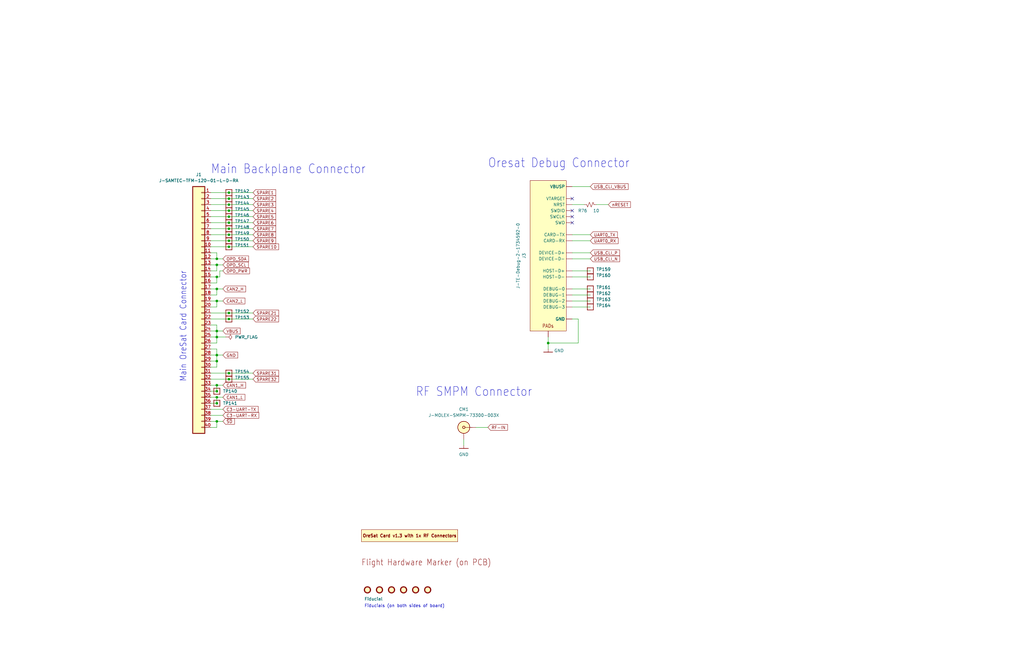
<source format=kicad_sch>
(kicad_sch (version 20230121) (generator eeschema)
  (paper "B")
  (lib_symbols
    (symbol "Device:R_Small_US" (pin_numbers hide) (pin_names (offset 0.254) hide)
      (property "Reference" "R" (at 0.762 0.508 0))
      (property "Value" "R_Small_US" (at 0.762 -1.016 0))
      (symbol "R_Small_US_1_1"
        (polyline (pts (xy 0 0) (xy 1.016 -0.381) (xy 0 -0.762) (xy -1.016 -1.143) (xy 0 -1.524)))
        (polyline (pts (xy 0 1.524) (xy 1.016 1.143) (xy 0 0.762) (xy -1.016 0.381) (xy 0 0)))
        (pin passive line (at 0 2.54 270) (length 1.016) (name "~") (number "1"))
        (pin passive line (at 0 -2.54 90) (length 1.016) (name "~") (number "2"))
      )
    )
    (symbol "Mechanical:Fiducial"
      (property "Reference" "FID" (at 0 5.08 0))
      (property "Value" "Fiducial" (at 0 3.175 0))
      (symbol "Fiducial_0_1"
        (circle (center 0 0) (radius 1.27) (stroke (width 0.508)) (fill (type background)))
      )
    )
    (symbol "oresat-connectors:J-MOLEX-SMPM-73300-002X"
      (property "Reference" "J" (at 5.08 -3.81 0))
      (property "Value" "733000020" (at 5.08 -6.35 0))
      (symbol "J-MOLEX-SMPM-73300-002X_1_0"
        (polyline (pts (xy 0.508 0) (xy 3.556 0)) (stroke (width 0.1524)))
        (circle (center 0 0) (radius 0.508) (stroke (width 0.254)))
        (circle (center 0 0) (radius 2.54) (stroke (width 0.254)) (fill (type background)))
        (pin passive line (at 0 -5.08 90) (length 2.54) (name "SHLD") (number "SHLD"))
        (pin passive line (at 5.08 0 180) (length 2.54) (name "SIG") (number "SIG"))
      )
    )
    (symbol "oresat-connectors:J-SAMTEC-TFM-120-01-L-D-RA" (pin_names hide)
      (property "Reference" "J" (at 0 54.61 0))
      (property "Value" "J-SAMTEC-TFM-120-01-L-D-RA" (at 0 52.07 0))
      (symbol "J-SAMTEC-TFM-120-01-L-D-RA_0_1"
        (rectangle (start 2.413 -50.673) (end 1.143 -50.927) (stroke (width 0.1524)))
        (rectangle (start 2.413 -48.133) (end 1.143 -48.387) (stroke (width 0.1524)))
        (rectangle (start 2.413 -45.593) (end 1.143 -45.847) (stroke (width 0.1524)))
        (rectangle (start 2.413 -43.053) (end 1.143 -43.307) (stroke (width 0.1524)))
        (rectangle (start 2.413 -40.513) (end 1.143 -40.767) (stroke (width 0.1524)))
        (rectangle (start 2.413 -37.973) (end 1.143 -38.227) (stroke (width 0.1524)))
        (rectangle (start 2.413 -35.433) (end 1.143 -35.687) (stroke (width 0.1524)))
        (rectangle (start 2.413 -32.893) (end 1.143 -33.147) (stroke (width 0.1524)))
        (rectangle (start 2.413 -30.353) (end 1.143 -30.607) (stroke (width 0.1524)))
        (rectangle (start 2.413 -27.813) (end 1.143 -28.067) (stroke (width 0.1524)))
        (rectangle (start 2.413 -25.273) (end 1.143 -25.527) (stroke (width 0.1524)))
        (rectangle (start 2.413 -22.733) (end 1.143 -22.987) (stroke (width 0.1524)))
        (rectangle (start 2.413 -20.193) (end 1.143 -20.447) (stroke (width 0.1524)))
        (rectangle (start 2.413 -17.653) (end 1.143 -17.907) (stroke (width 0.1524)))
        (rectangle (start 2.413 -15.113) (end 1.143 -15.367) (stroke (width 0.1524)))
        (rectangle (start 2.413 -12.573) (end 1.143 -12.827) (stroke (width 0.1524)))
        (rectangle (start 2.413 -10.033) (end 1.143 -10.287) (stroke (width 0.1524)))
        (rectangle (start 2.413 -7.493) (end 1.143 -7.747) (stroke (width 0.1524)))
        (rectangle (start 2.413 -4.953) (end 1.143 -5.207) (stroke (width 0.1524)))
        (rectangle (start 2.413 -2.413) (end 1.143 -2.667) (stroke (width 0.1524)))
        (rectangle (start 2.413 0.127) (end 1.143 -0.127) (stroke (width 0.1524)))
        (rectangle (start 2.413 2.667) (end 1.143 2.413) (stroke (width 0.1524)))
        (rectangle (start 2.413 5.207) (end 1.143 4.953) (stroke (width 0.1524)))
        (rectangle (start 2.413 7.747) (end 1.143 7.493) (stroke (width 0.1524)))
        (rectangle (start 2.413 10.287) (end 1.143 10.033) (stroke (width 0.1524)))
        (rectangle (start 2.413 12.827) (end 1.143 12.573) (stroke (width 0.1524)))
        (rectangle (start 2.413 15.367) (end 1.143 15.113) (stroke (width 0.1524)))
        (rectangle (start 2.413 17.907) (end 1.143 17.653) (stroke (width 0.1524)))
        (rectangle (start 2.413 20.447) (end 1.143 20.193) (stroke (width 0.1524)))
        (rectangle (start 2.413 22.987) (end 1.143 22.733) (stroke (width 0.1524)))
        (rectangle (start 2.413 25.527) (end 1.143 25.273) (stroke (width 0.1524)))
        (rectangle (start 2.413 28.067) (end 1.143 27.813) (stroke (width 0.1524)))
        (rectangle (start 2.413 30.607) (end 1.143 30.353) (stroke (width 0.1524)))
        (rectangle (start 2.413 33.147) (end 1.143 32.893) (stroke (width 0.1524)))
        (rectangle (start 2.413 35.687) (end 1.143 35.433) (stroke (width 0.1524)))
        (rectangle (start 2.413 38.227) (end 1.143 37.973) (stroke (width 0.1524)))
        (rectangle (start 2.413 40.767) (end 1.143 40.513) (stroke (width 0.1524)))
        (rectangle (start 2.413 43.307) (end 1.143 43.053) (stroke (width 0.1524)))
        (rectangle (start 2.413 45.847) (end 1.143 45.593) (stroke (width 0.1524)))
        (rectangle (start 2.413 48.387) (end 1.143 48.133) (stroke (width 0.1524)))
      )
      (symbol "J-SAMTEC-TFM-120-01-L-D-RA_1_1"
        (rectangle (start -2.54 50.8) (end 2.54 -53.34) (stroke (width 0.4)) (fill (type background)))
        (pin passive line (at 5.08 48.26 180) (length 2.54) (name "") (number "1"))
        (pin passive line (at 5.08 25.4 180) (length 2.54) (name "") (number "10"))
        (pin passive line (at 5.08 22.86 180) (length 2.54) (name "") (number "11"))
        (pin passive line (at 5.08 20.32 180) (length 2.54) (name "") (number "12"))
        (pin passive line (at 5.08 17.78 180) (length 2.54) (name "") (number "13"))
        (pin passive line (at 5.08 15.24 180) (length 2.54) (name "") (number "14"))
        (pin passive line (at 5.08 12.7 180) (length 2.54) (name "") (number "15"))
        (pin passive line (at 5.08 10.16 180) (length 2.54) (name "") (number "16"))
        (pin passive line (at 5.08 7.62 180) (length 2.54) (name "") (number "17"))
        (pin passive line (at 5.08 5.08 180) (length 2.54) (name "") (number "18"))
        (pin passive line (at 5.08 2.54 180) (length 2.54) (name "") (number "19"))
        (pin passive line (at 5.08 45.72 180) (length 2.54) (name "") (number "2"))
        (pin passive line (at 5.08 0 180) (length 2.54) (name "") (number "20"))
        (pin passive line (at 5.08 -2.54 180) (length 2.54) (name "") (number "21"))
        (pin passive line (at 5.08 -5.08 180) (length 2.54) (name "") (number "22"))
        (pin passive line (at 5.08 -7.62 180) (length 2.54) (name "") (number "23"))
        (pin passive line (at 5.08 -10.16 180) (length 2.54) (name "") (number "24"))
        (pin passive line (at 5.08 -12.7 180) (length 2.54) (name "") (number "25"))
        (pin passive line (at 5.08 -15.24 180) (length 2.54) (name "") (number "26"))
        (pin passive line (at 5.08 -17.78 180) (length 2.54) (name "") (number "27"))
        (pin passive line (at 5.08 -20.32 180) (length 2.54) (name "") (number "28"))
        (pin passive line (at 5.08 -22.86 180) (length 2.54) (name "") (number "29"))
        (pin passive line (at 5.08 43.18 180) (length 2.54) (name "") (number "3"))
        (pin passive line (at 5.08 -25.4 180) (length 2.54) (name "") (number "30"))
        (pin passive line (at 5.08 -27.94 180) (length 2.54) (name "") (number "31"))
        (pin passive line (at 5.08 -30.48 180) (length 2.54) (name "") (number "32"))
        (pin passive line (at 5.08 -33.02 180) (length 2.54) (name "") (number "33"))
        (pin passive line (at 5.08 -35.56 180) (length 2.54) (name "") (number "34"))
        (pin passive line (at 5.08 -38.1 180) (length 2.54) (name "") (number "35"))
        (pin passive line (at 5.08 -40.64 180) (length 2.54) (name "") (number "36"))
        (pin passive line (at 5.08 -43.18 180) (length 2.54) (name "") (number "37"))
        (pin passive line (at 5.08 -45.72 180) (length 2.54) (name "") (number "38"))
        (pin passive line (at 5.08 -48.26 180) (length 2.54) (name "") (number "39"))
        (pin passive line (at 5.08 40.64 180) (length 2.54) (name "") (number "4"))
        (pin passive line (at 5.08 -50.8 180) (length 2.54) (name "") (number "40"))
        (pin passive line (at 5.08 38.1 180) (length 2.54) (name "") (number "5"))
        (pin passive line (at 5.08 35.56 180) (length 2.54) (name "") (number "6"))
        (pin passive line (at 5.08 33.02 180) (length 2.54) (name "") (number "7"))
        (pin passive line (at 5.08 30.48 180) (length 2.54) (name "") (number "8"))
        (pin passive line (at 5.08 27.94 180) (length 2.54) (name "") (number "9"))
      )
    )
    (symbol "oresat-connectors:J-TE-2-1734592-0"
      (property "Reference" "J" (at 0 35.56 0))
      (property "Value" "2-1734592-0" (at 0 33.02 0))
      (symbol "J-TE-2-1734592-0_0_1"
        (rectangle (start -7.62 30.48) (end 7.62 -33.02) (fill (type background)))
      )
      (symbol "J-TE-2-1734592-0_1_0"
        (text "PADs" (at -2.54 -31.75 0) (effects (font (size 1.524 1.2954)) (justify left bottom)))
        (pin passive line (at 10.16 27.94 180) (length 2.54) (name "VBUSP") (number "1"))
        (pin passive line (at 10.16 20.32 180) (length 2.54) (name "NRST") (number "10"))
        (pin passive line (at 10.16 22.86 180) (length 2.54) (name "VTARGET") (number "11"))
        (pin passive line (at 10.16 5.08 180) (length 2.54) (name "CARD-RX") (number "12"))
        (pin passive line (at 10.16 7.62 180) (length 2.54) (name "CARD-TX") (number "13"))
        (pin passive line (at 10.16 17.78 180) (length 2.54) (name "SWDIO") (number "14"))
        (pin passive line (at 10.16 15.24 180) (length 2.54) (name "SWCLK") (number "15"))
        (pin passive line (at 10.16 12.7 180) (length 2.54) (name "SWO") (number "16"))
        (pin passive line (at 10.16 -15.24 180) (length 2.54) (name "DEBUG-0") (number "17"))
        (pin passive line (at 10.16 -17.78 180) (length 2.54) (name "DEBUG-1") (number "18"))
        (pin passive line (at 10.16 -20.32 180) (length 2.54) (name "DEBUG-2") (number "19"))
        (pin passive line (at 10.16 27.94 180) (length 2.54) (name "VBUSP") (number "2"))
        (pin passive line (at 10.16 -22.86 180) (length 2.54) (name "DEBUG-3") (number "20"))
        (pin passive line (at 10.16 -27.94 180) (length 2.54) (name "GND") (number "3"))
        (pin passive line (at 10.16 0 180) (length 2.54) (name "DEVICE-D+") (number "4"))
        (pin passive line (at 10.16 -2.54 180) (length 2.54) (name "DEVICE-D-") (number "5"))
        (pin passive line (at 10.16 -27.94 180) (length 2.54) (name "GND") (number "6"))
        (pin passive line (at 10.16 -7.62 180) (length 2.54) (name "HOST-D+") (number "7"))
        (pin passive line (at 10.16 -10.16 180) (length 2.54) (name "HOST-D-") (number "8"))
        (pin passive line (at 10.16 -27.94 180) (length 2.54) (name "GND") (number "9"))
        (pin passive line (at 0 -35.56 90) (length 2.54) (name "PAD") (number "PAD1"))
        (pin passive line (at 0 -35.56 90) (length 2.54) (name "PAD") (number "PAD2"))
      )
    )
    (symbol "oresat-graphics:FLIGHTMARKER"
      (symbol "FLIGHTMARKER_1_0"
        (text "Flight Hardware Marker (on PCB)" (at 0 0 0) (effects (font (size 2.54 2.159)) (justify left bottom)))
      )
    )
    (symbol "oresat-misc:Test-Point-1mm-round"
      (property "Reference" "TP" (at 0 2.54 0))
      (symbol "Test-Point-1mm-round_1_0"
        (polyline (pts (xy -1.27 -1.27) (xy -1.27 1.27)) (stroke (width 0.254)))
        (polyline (pts (xy -1.27 1.27) (xy 1.27 1.27)) (stroke (width 0.254)))
        (polyline (pts (xy 1.27 -1.27) (xy -1.27 -1.27)) (stroke (width 0.254)))
        (polyline (pts (xy 1.27 1.27) (xy 1.27 -1.27)) (stroke (width 0.254)))
        (pin passive line (at 0 0 0) (length 0) (name "1") (number "1"))
      )
    )
    (symbol "oresat-pcbs:ORESAT-CARD-V1.3-1RF-POS2"
      (symbol "ORESAT-CARD-V1.3-1RF-POS2_1_0"
        (rectangle (start -20.32 2.54) (end 20.32 -2.54) (fill (type background)))
        (text "OreSat Card v1.3 with 1x RF Connectors" (at 0 0 0) (effects (font (size 1.27 1.27) bold)))
      )
    )
    (symbol "oresat-power:GND" (power) (pin_numbers hide) (pin_names (offset 0) hide)
      (property "Value" "GND" (at 0 -2.54 0))
      (symbol "GND_1_1"
        (polyline (pts (xy 0 -1.27) (xy -1.905 -1.27)) (stroke (width 0.254)))
        (polyline (pts (xy 0 -1.27) (xy 1.905 -1.27)) (stroke (width 0.254)))
        (pin power_in line (at 0 0 270) (length 1.27) (name "GND") (number "1"))
      )
    )
    (symbol "power:PWR_FLAG" (power) (pin_numbers hide) (pin_names (offset 0) hide)
      (property "Value" "PWR_FLAG" (at 0 3.81 0))
      (symbol "PWR_FLAG_0_0"
        (pin power_out line (at 0 0 90) (length 0) (name "pwr") (number "1"))
      )
      (symbol "PWR_FLAG_0_1"
        (polyline (pts (xy 0 0) (xy 0 1.27) (xy -1.016 1.905) (xy 0 2.54) (xy 1.016 1.905) (xy 0 1.27)))
      )
    )
  )
  (junction (at 96.52 101.6))
  (junction (at 91.44 111.76))
  (junction (at 91.44 165.1))
  (junction (at 91.44 121.92))
  (junction (at 96.52 160.02))
  (junction (at 91.44 177.8))
  (junction (at 96.52 88.9))
  (junction (at 96.52 91.44))
  (junction (at 96.52 134.62))
  (junction (at 91.44 139.7))
  (junction (at 231.14 144.78))
  (junction (at 96.52 104.14))
  (junction (at 91.44 170.18))
  (junction (at 96.52 86.36))
  (junction (at 91.44 109.22))
  (junction (at 96.52 81.28))
  (junction (at 91.44 116.84))
  (junction (at 96.52 83.82))
  (junction (at 96.52 99.06))
  (junction (at 91.44 127))
  (junction (at 96.52 93.98))
  (junction (at 96.52 96.52))
  (junction (at 91.44 149.86))
  (junction (at 91.44 162.56))
  (junction (at 96.52 132.08))
  (junction (at 91.44 167.64))
  (junction (at 96.52 157.48))
  (junction (at 91.44 152.4))
  (junction (at 91.44 142.24))
  (no_connect (at 241.3 83.82))
  (no_connect (at 241.3 88.9))
  (no_connect (at 241.3 91.44))
  (no_connect (at 241.3 93.98))
  (wire (pts (xy 88.9 134.62) (xy 96.52 134.62)))
  (wire (pts (xy 91.44 111.76) (xy 93.98 111.76)))
  (wire (pts (xy 91.44 109.22) (xy 93.98 109.22)))
  (wire (pts (xy 88.9 93.98) (xy 96.52 93.98)))
  (wire (pts (xy 91.44 137.16) (xy 91.44 139.7)))
  (wire (pts (xy 91.44 121.92) (xy 93.98 121.92)))
  (wire (pts (xy 241.3 134.62) (xy 243.84 134.62)))
  (wire (pts (xy 91.44 139.7) (xy 93.98 139.7)))
  (wire (pts (xy 91.44 129.54) (xy 91.44 127)))
  (wire (pts (xy 88.9 129.54) (xy 91.44 129.54)))
  (wire (pts (xy 96.52 96.52) (xy 106.68 96.52)))
  (wire (pts (xy 88.9 91.44) (xy 96.52 91.44)))
  (wire (pts (xy 88.9 175.26) (xy 93.98 175.26)))
  (wire (pts (xy 241.3 121.92) (xy 248.92 121.92)))
  (wire (pts (xy 91.44 149.86) (xy 93.98 149.86)))
  (wire (pts (xy 91.44 165.1) (xy 91.44 162.56)))
  (wire (pts (xy 96.52 99.06) (xy 106.68 99.06)))
  (wire (pts (xy 88.9 137.16) (xy 91.44 137.16)))
  (wire (pts (xy 88.9 119.38) (xy 91.44 119.38)))
  (wire (pts (xy 241.3 129.54) (xy 248.92 129.54)))
  (wire (pts (xy 91.44 170.18) (xy 91.44 167.64)))
  (wire (pts (xy 88.9 170.18) (xy 91.44 170.18)))
  (wire (pts (xy 248.92 109.22) (xy 241.3 109.22)))
  (wire (pts (xy 88.9 96.52) (xy 96.52 96.52)))
  (wire (pts (xy 88.9 149.86) (xy 91.44 149.86)))
  (wire (pts (xy 96.52 81.28) (xy 106.68 81.28)))
  (wire (pts (xy 88.9 83.82) (xy 96.52 83.82)))
  (wire (pts (xy 96.52 160.02) (xy 106.68 160.02)))
  (wire (pts (xy 241.3 114.3) (xy 248.92 114.3)))
  (wire (pts (xy 88.9 167.64) (xy 91.44 167.64)))
  (wire (pts (xy 91.44 144.78) (xy 91.44 142.24)))
  (wire (pts (xy 91.44 142.24) (xy 88.9 142.24)))
  (wire (pts (xy 96.52 104.14) (xy 106.68 104.14)))
  (wire (pts (xy 92.71 116.84) (xy 92.71 114.3)))
  (wire (pts (xy 200.66 180.34) (xy 205.74 180.34)))
  (wire (pts (xy 96.52 91.44) (xy 106.68 91.44)))
  (wire (pts (xy 91.44 167.64) (xy 93.98 167.64)))
  (wire (pts (xy 96.52 83.82) (xy 106.68 83.82)))
  (wire (pts (xy 88.9 132.08) (xy 96.52 132.08)))
  (wire (pts (xy 88.9 147.32) (xy 91.44 147.32)))
  (wire (pts (xy 88.9 86.36) (xy 96.52 86.36)))
  (wire (pts (xy 91.44 147.32) (xy 91.44 149.86)))
  (wire (pts (xy 251.46 86.36) (xy 256.54 86.36)))
  (wire (pts (xy 88.9 172.72) (xy 93.98 172.72)))
  (wire (pts (xy 241.3 86.36) (xy 246.38 86.36)))
  (wire (pts (xy 88.9 104.14) (xy 96.52 104.14)))
  (wire (pts (xy 91.44 127) (xy 93.98 127)))
  (wire (pts (xy 96.52 86.36) (xy 106.68 86.36)))
  (wire (pts (xy 241.3 127) (xy 248.92 127)))
  (wire (pts (xy 91.44 177.8) (xy 91.44 180.34)))
  (wire (pts (xy 91.44 139.7) (xy 91.44 142.24)))
  (wire (pts (xy 91.44 152.4) (xy 88.9 152.4)))
  (wire (pts (xy 241.3 124.46) (xy 248.92 124.46)))
  (wire (pts (xy 88.9 101.6) (xy 96.52 101.6)))
  (wire (pts (xy 88.9 139.7) (xy 91.44 139.7)))
  (wire (pts (xy 96.52 134.62) (xy 106.68 134.62)))
  (wire (pts (xy 248.92 101.6) (xy 241.3 101.6)))
  (wire (pts (xy 96.52 157.48) (xy 106.68 157.48)))
  (wire (pts (xy 88.9 165.1) (xy 91.44 165.1)))
  (wire (pts (xy 91.44 149.86) (xy 91.44 152.4)))
  (wire (pts (xy 88.9 127) (xy 91.44 127)))
  (wire (pts (xy 91.44 106.68) (xy 91.44 109.22)))
  (wire (pts (xy 92.71 114.3) (xy 93.98 114.3)))
  (wire (pts (xy 88.9 180.34) (xy 91.44 180.34)))
  (wire (pts (xy 96.52 132.08) (xy 106.68 132.08)))
  (wire (pts (xy 88.9 114.3) (xy 91.44 114.3)))
  (wire (pts (xy 243.84 134.62) (xy 243.84 144.78)))
  (wire (pts (xy 88.9 160.02) (xy 96.52 160.02)))
  (wire (pts (xy 88.9 157.48) (xy 96.52 157.48)))
  (wire (pts (xy 91.44 114.3) (xy 91.44 111.76)))
  (wire (pts (xy 91.44 124.46) (xy 91.44 121.92)))
  (wire (pts (xy 91.44 111.76) (xy 88.9 111.76)))
  (wire (pts (xy 88.9 121.92) (xy 91.44 121.92)))
  (wire (pts (xy 88.9 81.28) (xy 96.52 81.28)))
  (wire (pts (xy 248.92 106.68) (xy 241.3 106.68)))
  (wire (pts (xy 88.9 144.78) (xy 91.44 144.78)))
  (wire (pts (xy 88.9 106.68) (xy 91.44 106.68)))
  (wire (pts (xy 88.9 154.94) (xy 91.44 154.94)))
  (wire (pts (xy 231.14 144.78) (xy 231.14 147.32)))
  (wire (pts (xy 248.92 99.06) (xy 241.3 99.06)))
  (wire (pts (xy 88.9 124.46) (xy 91.44 124.46)))
  (wire (pts (xy 96.52 88.9) (xy 106.68 88.9)))
  (wire (pts (xy 96.52 93.98) (xy 106.68 93.98)))
  (wire (pts (xy 88.9 109.22) (xy 91.44 109.22)))
  (wire (pts (xy 88.9 88.9) (xy 96.52 88.9)))
  (wire (pts (xy 91.44 162.56) (xy 93.98 162.56)))
  (wire (pts (xy 88.9 116.84) (xy 91.44 116.84)))
  (wire (pts (xy 91.44 142.24) (xy 95.25 142.24)))
  (wire (pts (xy 88.9 177.8) (xy 91.44 177.8)))
  (wire (pts (xy 88.9 99.06) (xy 96.52 99.06)))
  (wire (pts (xy 91.44 116.84) (xy 92.71 116.84)))
  (wire (pts (xy 91.44 177.8) (xy 93.98 177.8)))
  (wire (pts (xy 195.58 185.42) (xy 195.58 187.96)))
  (wire (pts (xy 91.44 119.38) (xy 91.44 116.84)))
  (wire (pts (xy 231.14 142.24) (xy 231.14 144.78)))
  (wire (pts (xy 243.84 144.78) (xy 231.14 144.78)))
  (wire (pts (xy 96.52 101.6) (xy 106.68 101.6)))
  (wire (pts (xy 241.3 116.84) (xy 248.92 116.84)))
  (wire (pts (xy 91.44 154.94) (xy 91.44 152.4)))
  (wire (pts (xy 88.9 162.56) (xy 91.44 162.56)))
  (wire (pts (xy 248.92 78.74) (xy 241.3 78.74)))
  (text "RF SMPM Connector" (at 175.26 167.64 0) (effects (font (size 3.81 3.2385)) (justify left bottom)))
  (text "Main Backplane Connector" (at 88.9 73.66 0) (effects (font (size 3.81 3.2385)) (justify left bottom)))
  (text "Main OreSat Card Connector" (at 78.74 114.3 90) (effects (font (size 2.54 2.159)) (justify right bottom)))
  (text "Fiducials (on both sides of board)" (at 153.67 256.54 0) (effects (font (size 1.27 1.27)) (justify left bottom)))
  (text "Oresat Debug Connector" (at 205.74 71.12 0) (effects (font (size 3.81 3.2385)) (justify left bottom)))
  (global_label "SPARE2" (shape input) (at 106.68 83.82 0) (property "Intersheetrefs" "${INTERSHEET_REFS}" (at 116.2898 83.7406 0) (effects (justify left))))
  (global_label "SPARE1" (shape input) (at 106.68 81.28 0) (property "Intersheetrefs" "${INTERSHEET_REFS}" (at 116.2898 81.2006 0) (effects (justify left))))
  (global_label "UART0_TX" (shape input) (at 248.92 99.06 0) (property "Intersheetrefs" "${INTERSHEET_REFS}" (at 260.8367 99.06 0) (effects (justify left))))
  (global_label "SPARE6" (shape input) (at 106.68 93.98 0) (property "Intersheetrefs" "${INTERSHEET_REFS}" (at 116.2898 93.9006 0) (effects (justify left))))
  (global_label "SPARE31" (shape input) (at 106.68 157.48 0) (property "Intersheetrefs" "${INTERSHEET_REFS}" (at 117.4993 157.4006 0) (effects (justify left))))
  (global_label "SPARE10" (shape input) (at 106.68 104.14 0) (property "Intersheetrefs" "${INTERSHEET_REFS}" (at 117.4993 104.0606 0) (effects (justify left))))
  (global_label "UART0_RX" (shape input) (at 248.92 101.6 0) (property "Intersheetrefs" "${INTERSHEET_REFS}" (at 261.1391 101.6 0) (effects (justify left))))
  (global_label "CAN2_L" (shape input) (at 93.98 127 0) (property "Intersheetrefs" "${INTERSHEET_REFS}" (at 103.2874 126.9206 0) (effects (justify left))))
  (global_label "USB_CLI_N" (shape input) (at 248.92 109.22 0) (property "Intersheetrefs" "${INTERSHEET_REFS}" (at 261.8044 109.22 0) (effects (justify left))))
  (global_label "SPARE32" (shape input) (at 106.68 160.02 0) (property "Intersheetrefs" "${INTERSHEET_REFS}" (at 117.4993 159.9406 0) (effects (justify left))))
  (global_label "USB_CLI_VBUS" (shape input) (at 248.92 78.74 0) (property "Intersheetrefs" "${INTERSHEET_REFS}" (at 265.3725 78.74 0) (effects (justify left))))
  (global_label "nRESET" (shape input) (at 256.54 86.36 0) (property "Intersheetrefs" "${INTERSHEET_REFS}" (at 266.3399 86.36 0) (effects (justify left))))
  (global_label "SPARE4" (shape input) (at 106.68 88.9 0) (property "Intersheetrefs" "${INTERSHEET_REFS}" (at 116.2898 88.8206 0) (effects (justify left))))
  (global_label "SPARE8" (shape input) (at 106.68 99.06 0) (property "Intersheetrefs" "${INTERSHEET_REFS}" (at 116.2898 98.9806 0) (effects (justify left))))
  (global_label "SPARE5" (shape input) (at 106.68 91.44 0) (property "Intersheetrefs" "${INTERSHEET_REFS}" (at 116.2898 91.3606 0) (effects (justify left))))
  (global_label "SPARE22" (shape input) (at 106.68 134.62 0) (property "Intersheetrefs" "${INTERSHEET_REFS}" (at 117.4993 134.5406 0) (effects (justify left))))
  (global_label "CAN1_L" (shape input) (at 93.98 167.64 0) (property "Intersheetrefs" "${INTERSHEET_REFS}" (at 103.2874 167.5606 0) (effects (justify left))))
  (global_label "C3-UART-TX" (shape input) (at 93.98 172.72 0) (property "Intersheetrefs" "${INTERSHEET_REFS}" (at 108.8512 172.6406 0) (effects (justify left))))
  (global_label "OPD_PWR" (shape input) (at 93.98 114.3 0) (property "Intersheetrefs" "${INTERSHEET_REFS}" (at 105.2226 114.2206 0) (effects (justify left))))
  (global_label "SPARE21" (shape input) (at 106.68 132.08 0) (property "Intersheetrefs" "${INTERSHEET_REFS}" (at 117.4993 132.0006 0) (effects (justify left))))
  (global_label "OPD_SDA" (shape input) (at 93.98 109.22 0) (property "Intersheetrefs" "${INTERSHEET_REFS}" (at 104.7993 109.1406 0) (effects (justify left))))
  (global_label "~{SD}" (shape input) (at 93.98 177.8 0) (property "Intersheetrefs" "${INTERSHEET_REFS}" (at 98.8726 177.7206 0) (effects (justify left))))
  (global_label "CAN1_H" (shape input) (at 93.98 162.56 0) (property "Intersheetrefs" "${INTERSHEET_REFS}" (at 103.5898 162.4806 0) (effects (justify left))))
  (global_label "OPD_SCL" (shape input) (at 93.98 111.76 0) (property "Intersheetrefs" "${INTERSHEET_REFS}" (at 104.7388 111.6806 0) (effects (justify left))))
  (global_label "USB_CLI_P" (shape input) (at 248.92 106.68 0) (property "Intersheetrefs" "${INTERSHEET_REFS}" (at 261.7439 106.68 0) (effects (justify left))))
  (global_label "C3-UART-RX" (shape input) (at 93.98 175.26 0) (property "Intersheetrefs" "${INTERSHEET_REFS}" (at 109.1536 175.1806 0) (effects (justify left))))
  (global_label "RF-IN" (shape input) (at 205.74 180.34 0) (property "Intersheetrefs" "${INTERSHEET_REFS}" (at 214.0193 180.2606 0) (effects (justify left))))
  (global_label "GND" (shape input) (at 93.98 149.86 0) (property "Intersheetrefs" "${INTERSHEET_REFS}" (at 100.2636 149.7806 0) (effects (justify left))))
  (global_label "SPARE9" (shape input) (at 106.68 101.6 0) (property "Intersheetrefs" "${INTERSHEET_REFS}" (at 116.2898 101.5206 0) (effects (justify left))))
  (global_label "SPARE3" (shape input) (at 106.68 86.36 0) (property "Intersheetrefs" "${INTERSHEET_REFS}" (at 116.2898 86.2806 0) (effects (justify left))))
  (global_label "VBUS" (shape input) (at 93.98 139.7 0) (property "Intersheetrefs" "${INTERSHEET_REFS}" (at 101.2917 139.6206 0) (effects (justify left))))
  (global_label "CAN2_H" (shape input) (at 93.98 121.92 0) (property "Intersheetrefs" "${INTERSHEET_REFS}" (at 103.5898 121.8406 0) (effects (justify left))))
  (global_label "SPARE7" (shape input) (at 106.68 96.52 0) (property "Intersheetrefs" "${INTERSHEET_REFS}" (at 116.2898 96.4406 0) (effects (justify left))))
  (symbol (lib_id "oresat-misc:Test-Point-1mm-round") (at 96.52 93.98 270) (unit 1)
    (property "Reference" "TP147" (at 99.06 93.345 90) (effects (justify left)))
    (property "Value" "0.03x0.04" (effects hide))
    (property "Footprint" "oresat-misc:TestPoint_Pad_D1.0mm" (effects hide))
  )
  (symbol (lib_id "oresat-misc:Test-Point-1mm-round") (at 96.52 88.9 270) (unit 1)
    (property "Reference" "TP145" (at 99.06 88.265 90) (effects (justify left)))
    (property "Value" "0.03x0.04" (effects hide))
    (property "Footprint" "oresat-misc:TestPoint_Pad_D1.0mm" (effects hide))
  )
  (symbol (lib_id "power:PWR_FLAG") (at 95.25 142.24 270) (unit 1)
    (property "Reference" "#FLG02" (effects hide))
    (property "Value" "PWR_FLAG" (at 99.06 142.24 90) (effects (justify left)))
  )
  (symbol (lib_id "oresat-graphics:FLIGHTMARKER") (at 152.4 238.76 0) (unit 1)
    (property "Reference" "FLIGHT1" (effects hide))
    (property "Value" "FLIGHTMARKER" (effects hide))
    (property "Footprint" "oresat-graphics:FLIGHTMARKER" (effects hide))
  )
  (symbol (lib_id "oresat-misc:Test-Point-1mm-round") (at 248.92 114.3 270) (unit 1)
    (property "Reference" "TP159" (at 251.46 113.665 90) (effects (justify left)))
    (property "Value" "0.03x0.04" (effects hide))
    (property "Footprint" "oresat-misc:TestPoint_Pad_D1.0mm" (effects hide))
  )
  (symbol (lib_id "Mechanical:Fiducial") (at 165.1 248.92 0) (unit 1)
    (property "Reference" "FID3" (effects hide))
    (property "Value" "Fiducial" (effects hide))
    (property "Footprint" "Fiducial:Fiducial_1mm_Mask2mm" (effects hide))
  )
  (symbol (lib_id "oresat-connectors:J-TE-2-1734592-0") (at 231.14 106.68 0) (unit 1)
    (property "Reference" "J3" (at 220.98 107.95 90))
    (property "Value" "J-TE-Debug-2-1734592-0" (at 218.44 107.95 90))
    (property "Footprint" "oresat-connectors:J-TE-2-1734592-0" (effects hide))
    (property "Datasheet" "https://www.te.com/usa-en/product-2-1734592-0.datasheet.pdf" (effects hide))
  )
  (symbol (lib_id "oresat-misc:Test-Point-1mm-round") (at 248.92 121.92 270) (unit 1)
    (property "Reference" "TP161" (at 251.46 121.285 90) (effects (justify left)))
    (property "Value" "0.03x0.04" (effects hide))
    (property "Footprint" "oresat-misc:TestPoint_Pad_D1.0mm" (effects hide))
  )
  (symbol (lib_id "Mechanical:Fiducial") (at 170.18 248.92 0) (unit 1)
    (property "Reference" "FID4" (effects hide))
    (property "Value" "Fiducial" (effects hide))
    (property "Footprint" "Fiducial:Fiducial_1mm_Mask2mm" (effects hide))
  )
  (symbol (lib_id "oresat-misc:Test-Point-1mm-round") (at 96.52 96.52 270) (unit 1)
    (property "Reference" "TP148" (at 99.06 95.885 90) (effects (justify left)))
    (property "Value" "0.03x0.04" (effects hide))
    (property "Footprint" "oresat-misc:TestPoint_Pad_D1.0mm" (effects hide))
  )
  (symbol (lib_id "oresat-misc:Test-Point-1mm-round") (at 96.52 86.36 270) (unit 1)
    (property "Reference" "TP144" (at 99.06 85.725 90) (effects (justify left)))
    (property "Value" "0.03x0.04" (effects hide))
    (property "Footprint" "oresat-misc:TestPoint_Pad_D1.0mm" (effects hide))
  )
  (symbol (lib_id "Mechanical:Fiducial") (at 160.02 248.92 0) (unit 1)
    (property "Reference" "FID2" (effects hide))
    (property "Value" "Fiducial" (effects hide))
    (property "Footprint" "Fiducial:Fiducial_1mm_Mask2mm" (effects hide))
  )
  (symbol (lib_id "oresat-misc:Test-Point-1mm-round") (at 96.52 104.14 270) (unit 1)
    (property "Reference" "TP151" (at 99.06 103.505 90) (effects (justify left)))
    (property "Value" "0.03x0.04" (effects hide))
    (property "Footprint" "oresat-misc:TestPoint_Pad_D1.0mm" (effects hide))
  )
  (symbol (lib_id "oresat-connectors:J-MOLEX-SMPM-73300-002X") (at 195.58 180.34 0) (unit 1)
    (property "Reference" "CM1" (at 195.58 172.72 0))
    (property "Value" "J-MOLEX-SMPM-73300-003X" (at 195.58 175.26 0))
    (property "Footprint" "oresat-connectors:J-MOLEX-SMPM-073300-002X" (effects hide))
    (property "Datasheet" "https://tools.molex.com/pdm_docs/sd/733000020_sd.pdf" (effects hide))
  )
  (symbol (lib_id "Mechanical:Fiducial") (at 175.26 248.92 0) (unit 1)
    (property "Reference" "FID5" (effects hide))
    (property "Value" "Fiducial" (effects hide))
    (property "Footprint" "Fiducial:Fiducial_1mm_Mask2mm" (effects hide))
  )
  (symbol (lib_id "oresat-misc:Test-Point-1mm-round") (at 248.92 124.46 270) (unit 1)
    (property "Reference" "TP162" (at 251.46 123.825 90) (effects (justify left)))
    (property "Value" "0.03x0.04" (effects hide))
    (property "Footprint" "oresat-misc:TestPoint_Pad_D1.0mm" (effects hide))
  )
  (symbol (lib_id "oresat-misc:Test-Point-1mm-round") (at 96.52 83.82 270) (unit 1)
    (property "Reference" "TP143" (at 99.06 83.185 90) (effects (justify left)))
    (property "Value" "0.03x0.04" (effects hide))
    (property "Footprint" "oresat-misc:TestPoint_Pad_D1.0mm" (effects hide))
  )
  (symbol (lib_id "oresat-misc:Test-Point-1mm-round") (at 248.92 116.84 270) (unit 1)
    (property "Reference" "TP160" (at 251.46 116.205 90) (effects (justify left)))
    (property "Value" "0.03x0.04" (effects hide))
    (property "Footprint" "oresat-misc:TestPoint_Pad_D1.0mm" (effects hide))
  )
  (symbol (lib_id "Mechanical:Fiducial") (at 180.34 248.92 0) (unit 1)
    (property "Reference" "FID6" (effects hide))
    (property "Value" "Fiducial" (effects hide))
    (property "Footprint" "Fiducial:Fiducial_1mm_Mask2mm" (effects hide))
  )
  (symbol (lib_id "oresat-misc:Test-Point-1mm-round") (at 91.44 165.1 270) (unit 1)
    (property "Reference" "TP140" (at 93.98 165.1 90) (effects (justify left)))
    (property "Value" "0.03x0.04" (effects hide))
    (property "Footprint" "oresat-misc:TestPoint_Pad_D1.0mm" (effects hide))
  )
  (symbol (lib_id "oresat-misc:Test-Point-1mm-round") (at 96.52 157.48 270) (unit 1)
    (property "Reference" "TP154" (at 99.06 156.845 90) (effects (justify left)))
    (property "Value" "0.03x0.04" (effects hide))
    (property "Footprint" "oresat-misc:TestPoint_Pad_D1.0mm" (effects hide))
  )
  (symbol (lib_id "oresat-pcbs:ORESAT-CARD-V1.3-1RF-POS2") (at 172.72 226.06 0) (unit 1)
    (property "Reference" "PCB1" (effects hide))
    (property "Value" "ORESAT-CARD-V1.3-GENERIC-1RF-POS2" (effects hide))
    (property "Footprint" "oresat-pcbs:ORESAT-CARD-V1.3-1RF-POS2" (effects hide))
  )
  (symbol (lib_id "oresat-misc:Test-Point-1mm-round") (at 96.52 91.44 270) (unit 1)
    (property "Reference" "TP146" (at 99.06 90.805 90) (effects (justify left)))
    (property "Value" "0.03x0.04" (effects hide))
    (property "Footprint" "oresat-misc:TestPoint_Pad_D1.0mm" (effects hide))
  )
  (symbol (lib_id "oresat-connectors:J-SAMTEC-TFM-120-01-L-D-RA") (at 83.82 129.54 0) (unit 1)
    (property "Reference" "J1" (at 83.82 73.66 0))
    (property "Value" "J-SAMTEC-TFM-120-01-L-D-RA" (at 83.82 76.2 0))
    (property "Footprint" "oresat-connectors:J-SAMTEC-TFM-120-X1-XXX-D-RA" (effects hide))
    (property "Datasheet" "https://suddendocs.samtec.com/catalog_english/tfm.pdf" (effects hide))
  )
  (symbol (lib_id "oresat-misc:Test-Point-1mm-round") (at 91.44 170.18 270) (unit 1)
    (property "Reference" "TP141" (at 93.98 170.18 90) (effects (justify left)))
    (property "Value" "0.03x0.04" (effects hide))
    (property "Footprint" "oresat-misc:TestPoint_Pad_D1.0mm" (effects hide))
  )
  (symbol (lib_id "oresat-misc:Test-Point-1mm-round") (at 96.52 101.6 270) (unit 1)
    (property "Reference" "TP150" (at 99.06 100.965 90) (effects (justify left)))
    (property "Value" "0.03x0.04" (effects hide))
    (property "Footprint" "oresat-misc:TestPoint_Pad_D1.0mm" (effects hide))
  )
  (symbol (lib_id "oresat-misc:Test-Point-1mm-round") (at 248.92 127 270) (unit 1)
    (property "Reference" "TP163" (at 251.46 126.365 90) (effects (justify left)))
    (property "Value" "0.03x0.04" (effects hide))
    (property "Footprint" "oresat-misc:TestPoint_Pad_D1.0mm" (effects hide))
  )
  (symbol (lib_id "oresat-misc:Test-Point-1mm-round") (at 96.52 134.62 270) (unit 1)
    (property "Reference" "TP153" (at 99.06 133.985 90) (effects (justify left)))
    (property "Value" "0.03x0.04" (effects hide))
    (property "Footprint" "oresat-misc:TestPoint_Pad_D1.0mm" (effects hide))
  )
  (symbol (lib_id "oresat-misc:Test-Point-1mm-round") (at 248.92 129.54 270) (unit 1)
    (property "Reference" "TP164" (at 251.46 128.905 90) (effects (justify left)))
    (property "Value" "0.03x0.04" (effects hide))
    (property "Footprint" "oresat-misc:TestPoint_Pad_D1.0mm" (effects hide))
  )
  (symbol (lib_id "oresat-power:GND") (at 231.14 147.32 0) (unit 1)
    (property "Reference" "#GND0101" (effects hide))
    (property "Value" "GND" (at 233.68 147.955 0) (effects (justify left)))
  )
  (symbol (lib_id "oresat-misc:Test-Point-1mm-round") (at 96.52 99.06 270) (unit 1)
    (property "Reference" "TP149" (at 99.06 98.425 90) (effects (justify left)))
    (property "Value" "0.03x0.04" (effects hide))
    (property "Footprint" "oresat-misc:TestPoint_Pad_D1.0mm" (effects hide))
  )
  (symbol (lib_id "oresat-power:GND") (at 195.58 187.96 0) (unit 1)
    (property "Reference" "#GND0102" (effects hide))
    (property "Value" "GND" (at 195.58 191.77 0))
  )
  (symbol (lib_id "oresat-misc:Test-Point-1mm-round") (at 96.52 81.28 270) (unit 1)
    (property "Reference" "TP142" (at 99.06 80.645 90) (effects (justify left)))
    (property "Value" "0.03x0.04" (effects hide))
    (property "Footprint" "oresat-misc:TestPoint_Pad_D1.0mm" (effects hide))
  )
  (symbol (lib_id "oresat-misc:Test-Point-1mm-round") (at 96.52 132.08 270) (unit 1)
    (property "Reference" "TP152" (at 99.06 131.445 90) (effects (justify left)))
    (property "Value" "0.03x0.04" (effects hide))
    (property "Footprint" "oresat-misc:TestPoint_Pad_D1.0mm" (effects hide))
  )
  (symbol (lib_id "oresat-misc:Test-Point-1mm-round") (at 96.52 160.02 270) (unit 1)
    (property "Reference" "TP155" (at 99.06 159.385 90) (effects (justify left)))
    (property "Value" "0.03x0.04" (effects hide))
    (property "Footprint" "oresat-misc:TestPoint_Pad_D1.0mm" (effects hide))
  )
  (symbol (lib_id "Device:R_Small_US") (at 248.92 86.36 90) (mirror x) (unit 1)
    (property "Reference" "R76" (at 247.65 88.9 90) (effects (justify left)))
    (property "Value" "10" (at 252.73 88.9 90) (effects (justify left)))
    (property "Footprint" "Resistor_SMD:R_0603_1608Metric" (effects hide))
    (instances (project "oresat-gps-card" (path "" (reference "R76") (unit 1)) (path "" (reference "R68") (unit 1))))
  )
  (symbol (lib_id "Mechanical:Fiducial") (at 154.94 248.92 0) (unit 1)
    (property "Reference" "FID1" (effects hide))
    (property "Value" "Fiducial" (at 153.67 252.73 0) (effects (justify left)))
    (property "Footprint" "Fiducial:Fiducial_1mm_Mask2mm" (effects hide))
  )
)
</source>
